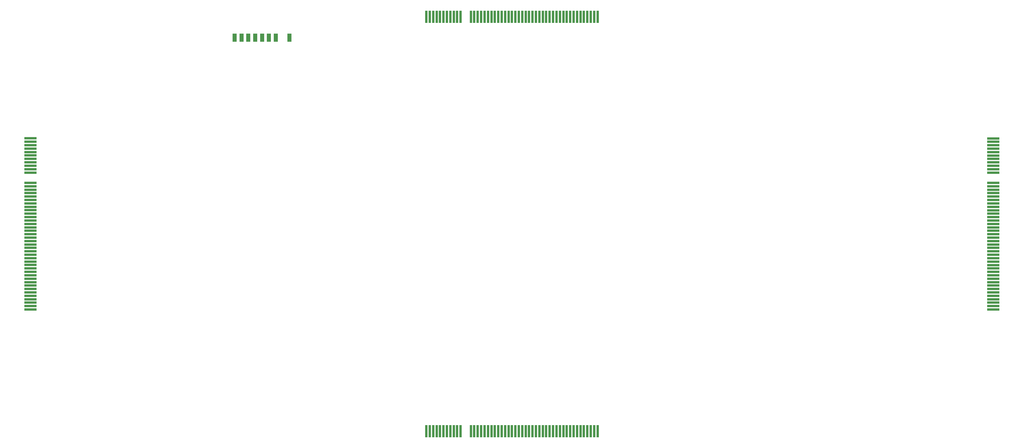
<source format=gbp>
G04*
G04 #@! TF.GenerationSoftware,Altium Limited,Altium Designer,22.11.1 (43)*
G04*
G04 Layer_Color=128*
%FSLAX25Y25*%
%MOIN*%
G70*
G04*
G04 #@! TF.SameCoordinates,D8721490-EFAD-4B60-BC7D-2FE2E35DC6D6*
G04*
G04*
G04 #@! TF.FilePolarity,Positive*
G04*
G01*
G75*
%ADD15R,0.14173X0.02756*%
%ADD16R,0.02756X0.14173*%
%ADD32R,0.05118X0.09449*%
D15*
X1178347Y408452D02*
D03*
Y404515D02*
D03*
Y400578D02*
D03*
Y396641D02*
D03*
Y392704D02*
D03*
Y388767D02*
D03*
Y384830D02*
D03*
Y380893D02*
D03*
Y376956D02*
D03*
Y373019D02*
D03*
Y369082D02*
D03*
Y357271D02*
D03*
Y353334D02*
D03*
Y349397D02*
D03*
Y345460D02*
D03*
Y341523D02*
D03*
Y337586D02*
D03*
Y333649D02*
D03*
Y329712D02*
D03*
Y325775D02*
D03*
Y321838D02*
D03*
Y317901D02*
D03*
Y313964D02*
D03*
Y310027D02*
D03*
Y306090D02*
D03*
Y302153D02*
D03*
Y298216D02*
D03*
Y294279D02*
D03*
Y290342D02*
D03*
Y286405D02*
D03*
Y282468D02*
D03*
Y278531D02*
D03*
Y274594D02*
D03*
Y270657D02*
D03*
Y266720D02*
D03*
Y262783D02*
D03*
Y258846D02*
D03*
Y254909D02*
D03*
Y250972D02*
D03*
Y247035D02*
D03*
Y243098D02*
D03*
Y239161D02*
D03*
Y235224D02*
D03*
Y231287D02*
D03*
Y227350D02*
D03*
Y223413D02*
D03*
Y219476D02*
D03*
Y215539D02*
D03*
Y211602D02*
D03*
X71654Y408477D02*
D03*
Y404540D02*
D03*
Y400603D02*
D03*
Y396666D02*
D03*
Y392729D02*
D03*
Y388792D02*
D03*
Y384855D02*
D03*
Y380918D02*
D03*
Y376981D02*
D03*
Y373044D02*
D03*
Y369107D02*
D03*
Y357296D02*
D03*
Y353359D02*
D03*
Y349422D02*
D03*
Y345485D02*
D03*
Y341548D02*
D03*
Y337611D02*
D03*
Y333674D02*
D03*
Y329737D02*
D03*
Y325800D02*
D03*
Y321863D02*
D03*
Y317926D02*
D03*
Y313989D02*
D03*
Y310052D02*
D03*
Y306115D02*
D03*
Y302178D02*
D03*
Y298241D02*
D03*
Y294304D02*
D03*
Y290367D02*
D03*
Y286430D02*
D03*
Y282493D02*
D03*
Y278556D02*
D03*
Y274619D02*
D03*
Y270682D02*
D03*
Y266745D02*
D03*
Y262808D02*
D03*
Y258871D02*
D03*
Y254934D02*
D03*
Y250997D02*
D03*
Y247060D02*
D03*
Y243123D02*
D03*
Y239186D02*
D03*
Y235249D02*
D03*
Y231312D02*
D03*
Y227375D02*
D03*
Y223438D02*
D03*
Y219501D02*
D03*
Y215564D02*
D03*
Y211627D02*
D03*
D16*
X526575Y71654D02*
D03*
X530512D02*
D03*
X534449D02*
D03*
X538386D02*
D03*
X542323D02*
D03*
X546260D02*
D03*
X550197D02*
D03*
X554134D02*
D03*
X558071D02*
D03*
X562008D02*
D03*
X565945D02*
D03*
X577756D02*
D03*
X581693D02*
D03*
X585630D02*
D03*
X589567D02*
D03*
X593504D02*
D03*
X597441D02*
D03*
X601378D02*
D03*
X605315D02*
D03*
X609252D02*
D03*
X613189D02*
D03*
X617126D02*
D03*
X621063D02*
D03*
X625000D02*
D03*
X628937D02*
D03*
X632874D02*
D03*
X636811D02*
D03*
X640748D02*
D03*
X644685D02*
D03*
X648622D02*
D03*
X652559D02*
D03*
X656496D02*
D03*
X660433D02*
D03*
X664370D02*
D03*
X668307D02*
D03*
X672244D02*
D03*
X676181D02*
D03*
X680118D02*
D03*
X684055D02*
D03*
X687992D02*
D03*
X691929D02*
D03*
X695866D02*
D03*
X699803D02*
D03*
X703740D02*
D03*
X707677D02*
D03*
X711614D02*
D03*
X715551D02*
D03*
X719488D02*
D03*
X723425D02*
D03*
Y548413D02*
D03*
X719488D02*
D03*
X715551D02*
D03*
X711614D02*
D03*
X707677D02*
D03*
X703740D02*
D03*
X699803D02*
D03*
X695866D02*
D03*
X691929D02*
D03*
X687992D02*
D03*
X684055D02*
D03*
X680118D02*
D03*
X676181D02*
D03*
X672244D02*
D03*
X668307D02*
D03*
X664370D02*
D03*
X660433D02*
D03*
X656496D02*
D03*
X652559D02*
D03*
X648622D02*
D03*
X644685D02*
D03*
X640748D02*
D03*
X636811D02*
D03*
X632874D02*
D03*
X628937D02*
D03*
X625000D02*
D03*
X621063D02*
D03*
X617126D02*
D03*
X613189D02*
D03*
X609252D02*
D03*
X605315D02*
D03*
X601378D02*
D03*
X597441D02*
D03*
X593504D02*
D03*
X589567D02*
D03*
X585630D02*
D03*
X581693D02*
D03*
X577756D02*
D03*
X565945D02*
D03*
X562008D02*
D03*
X558071D02*
D03*
X554134D02*
D03*
X550197D02*
D03*
X546260D02*
D03*
X542323D02*
D03*
X538386D02*
D03*
X534449D02*
D03*
X530512D02*
D03*
X526575D02*
D03*
D32*
X369279Y524409D02*
D03*
X353531D02*
D03*
X345657D02*
D03*
X337783D02*
D03*
X329909D02*
D03*
X322035D02*
D03*
X314161D02*
D03*
X306287D02*
D03*
M02*

</source>
